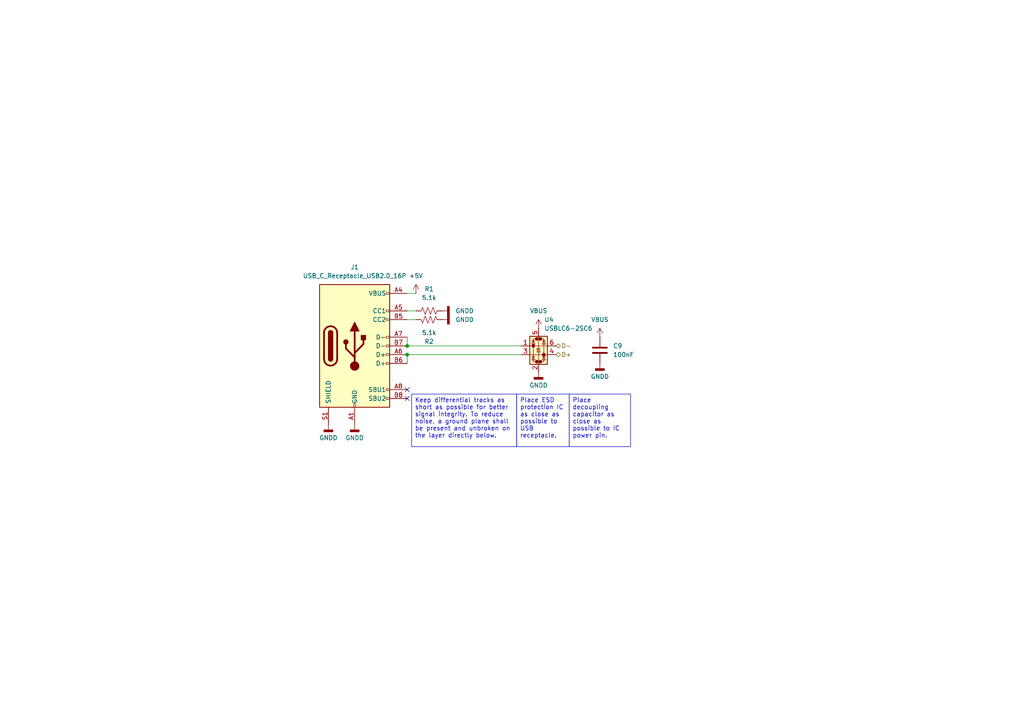
<source format=kicad_sch>
(kicad_sch (version 20250114) (generator "eeschema") (generator_version "9.0")
  (paper "A4")
  (title_block (title "USB-C Interface") (company "Dynamite Rocketry"))
  (lib_symbols
    (symbol "Connector:USB_C_Receptacle_USB2.0_16P" (pin_names (offset 1.016))
      (property "Reference" "J" (at 0 22.225 0))
      (property "Value" "USB_C_Receptacle_USB2.0_16P" (at 0 19.685 0))
      (symbol "USB_C_Receptacle_USB2.0_16P_0_0"
        (rectangle (start -0.254 -17.78) (end 0.254 -16.764))
        (rectangle (start 10.16 15.494) (end 9.144 14.986))
        (rectangle (start 10.16 10.414) (end 9.144 9.906))
        (rectangle (start 10.16 7.874) (end 9.144 7.366))
        (rectangle (start 10.16 2.794) (end 9.144 2.286))
        (rectangle (start 10.16 0.254) (end 9.144 -0.254))
        (rectangle (start 10.16 -2.286) (end 9.144 -2.794))
        (rectangle (start 10.16 -4.826) (end 9.144 -5.334))
        (rectangle (start 10.16 -12.446) (end 9.144 -12.954))
        (rectangle (start 10.16 -14.986) (end 9.144 -15.494))
      )
      (symbol "USB_C_Receptacle_USB2.0_16P_0_1"
        (rectangle (start -10.16 17.78) (end 10.16 -17.78) (stroke (width 0.254)) (fill (type background)))
        (polyline (pts (xy -8.89 -3.81) (xy -8.89 3.81)) (stroke (width 0.508)))
        (rectangle (start -7.62 -3.81) (end -6.35 3.81) (stroke (width 0.254)) (fill (type outline)))
        (arc (start -7.62 3.81) (mid -6.985 4.4423) (end -6.35 3.81) (stroke (width 0.254)))
        (arc (start -7.62 3.81) (mid -6.985 4.4423) (end -6.35 3.81) (stroke (width 0.254)) (fill (type outline)))
        (arc (start -8.89 3.81) (mid -6.985 5.7067) (end -5.08 3.81) (stroke (width 0.508)))
        (arc (start -5.08 -3.81) (mid -6.985 -5.7067) (end -8.89 -3.81) (stroke (width 0.508)))
        (arc (start -6.35 -3.81) (mid -6.985 -4.4423) (end -7.62 -3.81) (stroke (width 0.254)))
        (arc (start -6.35 -3.81) (mid -6.985 -4.4423) (end -7.62 -3.81) (stroke (width 0.254)) (fill (type outline)))
        (polyline (pts (xy -5.08 3.81) (xy -5.08 -3.81)) (stroke (width 0.508)))
        (circle (center -2.54 1.143) (radius 0.635) (stroke (width 0.254)) (fill (type outline)))
        (polyline (pts (xy -1.27 4.318) (xy 0 6.858) (xy 1.27 4.318) (xy -1.27 4.318)) (stroke (width 0.254)) (fill (type outline)))
        (polyline (pts (xy 0 -2.032) (xy 2.54 0.508) (xy 2.54 1.778)) (stroke (width 0.508)))
        (polyline (pts (xy 0 -3.302) (xy -2.54 -0.762) (xy -2.54 0.508)) (stroke (width 0.508)))
        (polyline (pts (xy 0 -5.842) (xy 0 4.318)) (stroke (width 0.508)))
        (circle (center 0 -5.842) (radius 1.27) (fill (type outline)))
        (rectangle (start 1.905 1.778) (end 3.175 3.048) (stroke (width 0.254)) (fill (type outline)))
      )
      (symbol "USB_C_Receptacle_USB2.0_16P_1_1"
        (pin passive line (at -7.62 -22.86 90) (length 5.08) (name "SHIELD") (number "S1"))
        (pin passive line (at 0 -22.86 90) (length 5.08) (name "GND") (number "A1"))
        (pin passive line (at 0 -22.86 90) (length 5.08) (hide yes) (name "GND") (number "A12"))
        (pin passive line (at 0 -22.86 90) (length 5.08) (hide yes) (name "GND") (number "B1"))
        (pin passive line (at 0 -22.86 90) (length 5.08) (hide yes) (name "GND") (number "B12"))
        (pin passive line (at 15.24 15.24 180) (length 5.08) (name "VBUS") (number "A4"))
        (pin passive line (at 15.24 15.24 180) (length 5.08) (hide yes) (name "VBUS") (number "A9"))
        (pin passive line (at 15.24 15.24 180) (length 5.08) (hide yes) (name "VBUS") (number "B4"))
        (pin passive line (at 15.24 15.24 180) (length 5.08) (hide yes) (name "VBUS") (number "B9"))
        (pin bidirectional line (at 15.24 10.16 180) (length 5.08) (name "CC1") (number "A5"))
        (pin bidirectional line (at 15.24 7.62 180) (length 5.08) (name "CC2") (number "B5"))
        (pin bidirectional line (at 15.24 2.54 180) (length 5.08) (name "D-") (number "A7"))
        (pin bidirectional line (at 15.24 0 180) (length 5.08) (name "D-") (number "B7"))
        (pin bidirectional line (at 15.24 -2.54 180) (length 5.08) (name "D+") (number "A6"))
        (pin bidirectional line (at 15.24 -5.08 180) (length 5.08) (name "D+") (number "B6"))
        (pin bidirectional line (at 15.24 -12.7 180) (length 5.08) (name "SBU1") (number "A8"))
        (pin bidirectional line (at 15.24 -15.24 180) (length 5.08) (name "SBU2") (number "B8"))
      )
    )
    (symbol "Device:C" (pin_numbers (hide yes)) (pin_names (offset 0.254))
      (property "Reference" "C" (at 0.635 2.54 0))
      (property "Value" "C" (at 0.635 -2.54 0))
      (symbol "C_0_1"
        (polyline (pts (xy -2.032 0.762) (xy 2.032 0.762)) (stroke (width 0.508)))
        (polyline (pts (xy -2.032 -0.762) (xy 2.032 -0.762)) (stroke (width 0.508)))
      )
      (symbol "C_1_1"
        (pin passive line (at 0 3.81 270) (length 2.794) (name "~") (number "1"))
        (pin passive line (at 0 -3.81 90) (length 2.794) (name "~") (number "2"))
      )
    )
    (symbol "Device:R_US" (pin_numbers (hide yes)) (pin_names (offset 0))
      (property "Reference" "R" (at 2.54 0 90))
      (property "Value" "R_US" (at -2.54 0 90))
      (symbol "R_US_0_1"
        (polyline (pts (xy 0 2.286) (xy 0 2.54)))
        (polyline (pts (xy 0 2.286) (xy 1.016 1.905) (xy 0 1.524) (xy -1.016 1.143) (xy 0 0.762)))
        (polyline (pts (xy 0 0.762) (xy 1.016 0.381) (xy 0 0) (xy -1.016 -0.381) (xy 0 -0.762)))
        (polyline (pts (xy 0 -0.762) (xy 1.016 -1.143) (xy 0 -1.524) (xy -1.016 -1.905) (xy 0 -2.286)))
        (polyline (pts (xy 0 -2.286) (xy 0 -2.54)))
      )
      (symbol "R_US_1_1"
        (pin passive line (at 0 3.81 270) (length 1.27) (name "~") (number "1"))
        (pin passive line (at 0 -3.81 90) (length 1.27) (name "~") (number "2"))
      )
    )
    (symbol "Power_Protection:USBLC6-2SC6" (pin_names (hide yes))
      (property "Reference" "U" (at 0.635 5.715 0))
      (property "Value" "USBLC6-2SC6" (at 0.635 3.81 0))
      (symbol "USBLC6-2SC6_0_0"
        (circle (center -1.524 0) (radius 0.0001) (stroke (width 0.508)))
        (circle (center -0.508 2.032) (radius 0.0001) (stroke (width 0.508)))
        (circle (center -0.508 -4.572) (radius 0.0001) (stroke (width 0.508)))
        (circle (center 0.508 2.032) (radius 0.0001) (stroke (width 0.508)))
        (circle (center 0.508 -4.572) (radius 0.0001) (stroke (width 0.508)))
        (circle (center 1.524 -2.54) (radius 0.0001) (stroke (width 0.508)))
      )
      (symbol "USBLC6-2SC6_0_1"
        (polyline (pts (xy -2.54 0) (xy 2.54 0)))
        (polyline (pts (xy -2.54 -2.54) (xy 2.54 -2.54)))
        (polyline (pts (xy -2.032 0.508) (xy -1.016 0.508) (xy -1.524 1.524) (xy -2.032 0.508)))
        (polyline (pts (xy -2.032 -3.048) (xy -1.016 -3.048)))
        (polyline (pts (xy -1.016 1.524) (xy -2.032 1.524)))
        (polyline (pts (xy -1.016 -4.064) (xy -2.032 -4.064) (xy -1.524 -3.048) (xy -1.016 -4.064)))
        (polyline (pts (xy -0.508 -1.143) (xy -0.508 -0.762) (xy 0.508 -0.762)))
        (polyline (pts (xy 0 2.54) (xy -0.508 2.032) (xy 0.508 2.032) (xy 0 1.524) (xy 0 -4.064) (xy -0.508 -4.572) (xy 0.508 -4.572) (xy 0 -5.08)))
        (polyline (pts (xy 0.508 -1.778) (xy -0.508 -1.778) (xy 0 -0.762) (xy 0.508 -1.778)))
        (polyline (pts (xy 1.016 1.524) (xy 2.032 1.524)))
        (polyline (pts (xy 1.016 -3.048) (xy 2.032 -3.048)))
        (polyline (pts (xy 2.032 0.508) (xy 1.016 0.508) (xy 1.524 1.524) (xy 2.032 0.508)))
        (polyline (pts (xy 2.032 -4.064) (xy 1.016 -4.064) (xy 1.524 -3.048) (xy 2.032 -4.064)))
      )
      (symbol "USBLC6-2SC6_1_1"
        (rectangle (start -2.54 2.794) (end 2.54 -5.334) (stroke (width 0.254)) (fill (type background)))
        (polyline (pts (xy -0.508 2.032) (xy -1.524 2.032) (xy -1.524 -4.572) (xy -0.508 -4.572)))
        (polyline (pts (xy 0.508 -4.572) (xy 1.524 -4.572) (xy 1.524 2.032) (xy 0.508 2.032)))
        (pin passive line (at -5.08 0 0) (length 2.54) (name "I/O1") (number "1"))
        (pin passive line (at -5.08 -2.54 0) (length 2.54) (name "I/O2") (number "3"))
        (pin passive line (at 0 5.08 270) (length 2.54) (name "VBUS") (number "5"))
        (pin passive line (at 0 -7.62 90) (length 2.54) (name "GND") (number "2"))
        (pin passive line (at 5.08 0 180) (length 2.54) (name "I/O1") (number "6"))
        (pin passive line (at 5.08 -2.54 180) (length 2.54) (name "I/O2") (number "4"))
      )
    )
    (symbol "power:+5V" (power) (pin_numbers (hide yes)) (pin_names (offset 0) (hide yes))
      (property "Value" "+5V" (at 0 3.556 0))
      (symbol "+5V_0_1"
        (polyline (pts (xy -0.762 1.27) (xy 0 2.54)))
        (polyline (pts (xy 0 2.54) (xy 0.762 1.27)))
        (polyline (pts (xy 0 0) (xy 0 2.54)))
      )
      (symbol "+5V_1_1"
        (pin power_in line (at 0 0 90) (length 0) (name "~") (number "1"))
      )
    )
    (symbol "power:GNDD" (power) (pin_numbers (hide yes)) (pin_names (offset 0) (hide yes))
      (property "Value" "GNDD" (at 0 -3.175 0))
      (symbol "GNDD_0_1"
        (rectangle (start -1.27 -1.524) (end 1.27 -2.032) (stroke (width 0.254)) (fill (type outline)))
        (polyline (pts (xy 0 0) (xy 0 -1.524)))
      )
      (symbol "GNDD_1_1"
        (pin power_in line (at 0 0 270) (length 0) (name "~") (number "1"))
      )
    )
    (symbol "power:VBUS" (power) (pin_numbers (hide yes)) (pin_names (offset 0) (hide yes))
      (property "Value" "VBUS" (at 0 3.556 0))
      (symbol "VBUS_0_1"
        (polyline (pts (xy -0.762 1.27) (xy 0 2.54)))
        (polyline (pts (xy 0 2.54) (xy 0.762 1.27)))
        (polyline (pts (xy 0 0) (xy 0 2.54)))
      )
      (symbol "VBUS_1_1"
        (pin power_in line (at 0 0 90) (length 0) (name "~") (number "1"))
      )
    )
  )
  (text_box "Place decoupling capacitor as close as possible to IC power pin." (at 165.1 114.3 0) (size 17.78 15.24) (margins 0.9525 0.9525 0.9525 0.9525) (effects (font (size 1.27 1.27)) (justify left top)))
  (text_box "Place ESD protection IC as close as possible to USB receptacle." (at 149.86 114.3 0) (size 15.24 15.24) (margins 0.9525 0.9525 0.9525 0.9525) (effects (font (size 1.27 1.27)) (justify left top)))
  (text_box "Keep differential tracks as short as possible for better signal integrity. To reduce noise, a ground plane shall be present and unbroken on the layer directly below." (at 119.38 114.3 0) (size 30.48 15.24) (margins 0.9525 0.9525 0.9525 0.9525) (effects (font (size 1.27 1.27)) (justify left top)))
  (junction (at 118.11 100.33))
  (junction (at 118.11 102.87))
  (no_connect (at 118.11 113.03))
  (no_connect (at 118.11 115.57))
  (wire (pts (xy 120.65 85.09) (xy 118.11 85.09)))
  (wire (pts (xy 120.65 92.71) (xy 118.11 92.71)))
  (wire (pts (xy 118.11 102.87) (xy 151.13 102.87)))
  (wire (pts (xy 120.65 90.17) (xy 118.11 90.17)))
  (wire (pts (xy 118.11 97.79) (xy 118.11 100.33)))
  (wire (pts (xy 118.11 100.33) (xy 151.13 100.33)))
  (wire (pts (xy 118.11 102.87) (xy 118.11 105.41)))
  (hierarchical_label "D-" (shape bidirectional) (at 161.29 100.33 0))
  (hierarchical_label "D+" (shape bidirectional) (at 161.29 102.87 0))
  (symbol (lib_id "power:GNDD") (at 156.21 107.95 0) (unit 1)
    (property "Reference" "#PWR021" (effects (hide yes)))
    (property "Value" "GNDD" (at 156.21 111.76 0))
    (property "Description" "Power symbol creates a global label with name \"GNDD\" , digital ground" (effects (hide yes)))
  )
  (symbol (lib_id "Device:R_US") (at 124.46 90.17 90) (unit 1)
    (property "Reference" "R1" (at 124.46 83.82 90))
    (property "Value" "5.1k" (at 124.46 86.36 90))
    (property "Footprint" "Resistor_SMD:R_0603_1608Metric_Pad0.98x0.95mm_HandSolder" (effects (hide yes)))
    (property "Description" "Resistor, US symbol" (effects (hide yes)))
  )
  (symbol (lib_id "power:GNDD") (at 102.87 123.19 0) (unit 1)
    (property "Reference" "#PWR026" (effects (hide yes)))
    (property "Value" "GNDD" (at 102.87 127 0))
    (property "Description" "Power symbol creates a global label with name \"GNDD\" , digital ground" (effects (hide yes)))
  )
  (symbol (lib_id "Connector:USB_C_Receptacle_USB2.0_16P") (at 102.87 100.33 0) (unit 1)
    (property "Reference" "J1" (at 102.87 77.47 0))
    (property "Value" "USB_C_Receptacle_USB2.0_16P" (at 102.87 80.01 0))
    (property "Footprint" "Connector_USB:USB_C_Receptacle_GCT_USB4105-xx-A_16P_TopMnt_Horizontal" (effects (hide yes)))
    (property "Datasheet" "https://www.usb.org/sites/default/files/documents/usb_type-c.zip" (effects (hide yes)))
    (property "Description" "USB 2.0-only 16P Type-C Receptacle connector" (effects (hide yes)))
  )
  (symbol (lib_id "Device:C") (at 173.99 101.6 0) (unit 1)
    (property "Reference" "C9" (at 177.8 100.3299 0) (effects (justify left)))
    (property "Value" "100nF" (at 177.8 102.8699 0) (effects (justify left)))
    (property "Footprint" "Capacitor_SMD:C_0603_1608Metric_Pad1.08x0.95mm_HandSolder" (effects (hide yes)))
    (property "Description" "Unpolarized capacitor" (effects (hide yes)))
  )
  (symbol (lib_id "power:VBUS") (at 156.21 95.25 0) (unit 1)
    (property "Reference" "#PWR022" (effects (hide yes)))
    (property "Value" "VBUS" (at 156.21 90.17 0))
    (property "Description" "Power symbol creates a global label with name \"VBUS\"" (effects (hide yes)))
  )
  (symbol (lib_id "power:GNDD") (at 95.25 123.19 0) (unit 1)
    (property "Reference" "#PWR027" (effects (hide yes)))
    (property "Value" "GNDD" (at 95.25 127 0))
    (property "Description" "Power symbol creates a global label with name \"GNDD\" , digital ground" (effects (hide yes)))
  )
  (symbol (lib_id "power:GNDD") (at 173.99 105.41 0) (unit 1)
    (property "Reference" "#PWR029" (effects (hide yes)))
    (property "Value" "GNDD" (at 173.99 109.22 0))
    (property "Description" "Power symbol creates a global label with name \"GNDD\" , digital ground" (effects (hide yes)))
  )
  (symbol (lib_id "power:GNDD") (at 128.27 90.17 90) (unit 1)
    (property "Reference" "#PWR025" (effects (hide yes)))
    (property "Value" "GNDD" (at 132.08 90.1699 90) (effects (justify right)))
    (property "Description" "Power symbol creates a global label with name \"GNDD\" , digital ground" (effects (hide yes)))
  )
  (symbol (lib_id "Power_Protection:USBLC6-2SC6") (at 156.21 100.33 0) (unit 1)
    (property "Reference" "U4" (at 157.8611 92.71 0) (effects (justify left)))
    (property "Value" "USBLC6-2SC6" (at 157.8611 95.25 0) (effects (justify left)))
    (property "Footprint" "Package_TO_SOT_SMD:SOT-23-6" (effects (hide yes)))
    (property "Datasheet" "https://www.st.com/resource/en/datasheet/usblc6-2.pdf" (effects (hide yes)))
    (property "Description" "Very low capacitance ESD protection diode, 2 data-line, SOT-23-6" (effects (hide yes)))
  )
  (symbol (lib_id "power:+5V") (at 120.65 85.09 0) (unit 1)
    (property "Reference" "#PWR023" (effects (hide yes)))
    (property "Value" "+5V" (at 120.65 80.01 0))
    (property "Description" "Power symbol creates a global label with name \"+5V\"" (effects (hide yes)))
  )
  (symbol (lib_id "power:VBUS") (at 173.99 97.79 0) (unit 1)
    (property "Reference" "#PWR028" (effects (hide yes)))
    (property "Value" "VBUS" (at 173.99 92.71 0))
    (property "Description" "Power symbol creates a global label with name \"VBUS\"" (effects (hide yes)))
  )
  (symbol (lib_id "power:GNDD") (at 128.27 92.71 90) (unit 1)
    (property "Reference" "#PWR024" (effects (hide yes)))
    (property "Value" "GNDD" (at 132.08 92.7099 90) (effects (justify right)))
    (property "Description" "Power symbol creates a global label with name \"GNDD\" , digital ground" (effects (hide yes)))
  )
  (symbol (lib_id "Device:R_US") (at 124.46 92.71 90) (mirror x) (unit 1)
    (property "Reference" "R2" (at 124.46 99.06 90))
    (property "Value" "5.1k" (at 124.46 96.52 90))
    (property "Footprint" "Resistor_SMD:R_0603_1608Metric_Pad0.98x0.95mm_HandSolder" (effects (hide yes)))
    (property "Description" "Resistor, US symbol" (effects (hide yes)))
  )
)
</source>
